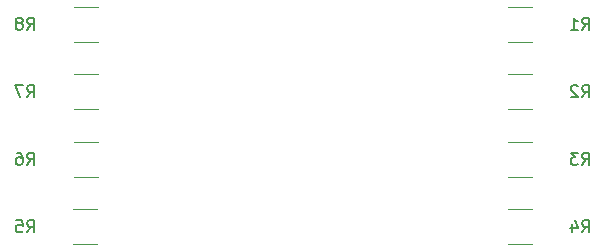
<source format=gbr>
G04 #@! TF.GenerationSoftware,KiCad,Pcbnew,(5.1.0)-1*
G04 #@! TF.CreationDate,2019-04-10T15:15:50-05:00*
G04 #@! TF.ProjectId,controlLED,636f6e74-726f-46c4-9c45-442e6b696361,rev?*
G04 #@! TF.SameCoordinates,Original*
G04 #@! TF.FileFunction,Legend,Bot*
G04 #@! TF.FilePolarity,Positive*
%FSLAX46Y46*%
G04 Gerber Fmt 4.6, Leading zero omitted, Abs format (unit mm)*
G04 Created by KiCad (PCBNEW (5.1.0)-1) date 2019-04-10 15:15:50*
%MOMM*%
%LPD*%
G04 APERTURE LIST*
%ADD10C,0.120000*%
%ADD11C,0.150000*%
G04 APERTURE END LIST*
D10*
X162830000Y-66885000D02*
X164830000Y-66885000D01*
X164830000Y-63925000D02*
X162830000Y-63925000D01*
X162830000Y-72600000D02*
X164830000Y-72600000D01*
X164830000Y-69640000D02*
X162830000Y-69640000D01*
X162830000Y-78315000D02*
X164830000Y-78315000D01*
X164830000Y-75355000D02*
X162830000Y-75355000D01*
X162830000Y-84030000D02*
X164830000Y-84030000D01*
X164830000Y-81070000D02*
X162830000Y-81070000D01*
X128000000Y-81070000D02*
X126000000Y-81070000D01*
X126000000Y-84030000D02*
X128000000Y-84030000D01*
X128095000Y-75355000D02*
X126095000Y-75355000D01*
X126095000Y-78315000D02*
X128095000Y-78315000D01*
X128095000Y-69640000D02*
X126095000Y-69640000D01*
X126095000Y-72600000D02*
X128095000Y-72600000D01*
X128095000Y-63925000D02*
X126095000Y-63925000D01*
X126095000Y-66885000D02*
X128095000Y-66885000D01*
D11*
X169076666Y-65857380D02*
X169410000Y-65381190D01*
X169648095Y-65857380D02*
X169648095Y-64857380D01*
X169267142Y-64857380D01*
X169171904Y-64905000D01*
X169124285Y-64952619D01*
X169076666Y-65047857D01*
X169076666Y-65190714D01*
X169124285Y-65285952D01*
X169171904Y-65333571D01*
X169267142Y-65381190D01*
X169648095Y-65381190D01*
X168124285Y-65857380D02*
X168695714Y-65857380D01*
X168410000Y-65857380D02*
X168410000Y-64857380D01*
X168505238Y-65000238D01*
X168600476Y-65095476D01*
X168695714Y-65143095D01*
X169076666Y-71572380D02*
X169410000Y-71096190D01*
X169648095Y-71572380D02*
X169648095Y-70572380D01*
X169267142Y-70572380D01*
X169171904Y-70620000D01*
X169124285Y-70667619D01*
X169076666Y-70762857D01*
X169076666Y-70905714D01*
X169124285Y-71000952D01*
X169171904Y-71048571D01*
X169267142Y-71096190D01*
X169648095Y-71096190D01*
X168695714Y-70667619D02*
X168648095Y-70620000D01*
X168552857Y-70572380D01*
X168314761Y-70572380D01*
X168219523Y-70620000D01*
X168171904Y-70667619D01*
X168124285Y-70762857D01*
X168124285Y-70858095D01*
X168171904Y-71000952D01*
X168743333Y-71572380D01*
X168124285Y-71572380D01*
X169076666Y-77287380D02*
X169410000Y-76811190D01*
X169648095Y-77287380D02*
X169648095Y-76287380D01*
X169267142Y-76287380D01*
X169171904Y-76335000D01*
X169124285Y-76382619D01*
X169076666Y-76477857D01*
X169076666Y-76620714D01*
X169124285Y-76715952D01*
X169171904Y-76763571D01*
X169267142Y-76811190D01*
X169648095Y-76811190D01*
X168743333Y-76287380D02*
X168124285Y-76287380D01*
X168457619Y-76668333D01*
X168314761Y-76668333D01*
X168219523Y-76715952D01*
X168171904Y-76763571D01*
X168124285Y-76858809D01*
X168124285Y-77096904D01*
X168171904Y-77192142D01*
X168219523Y-77239761D01*
X168314761Y-77287380D01*
X168600476Y-77287380D01*
X168695714Y-77239761D01*
X168743333Y-77192142D01*
X169076666Y-83002380D02*
X169410000Y-82526190D01*
X169648095Y-83002380D02*
X169648095Y-82002380D01*
X169267142Y-82002380D01*
X169171904Y-82050000D01*
X169124285Y-82097619D01*
X169076666Y-82192857D01*
X169076666Y-82335714D01*
X169124285Y-82430952D01*
X169171904Y-82478571D01*
X169267142Y-82526190D01*
X169648095Y-82526190D01*
X168219523Y-82335714D02*
X168219523Y-83002380D01*
X168457619Y-81954761D02*
X168695714Y-82669047D01*
X168076666Y-82669047D01*
X122086666Y-83002380D02*
X122420000Y-82526190D01*
X122658095Y-83002380D02*
X122658095Y-82002380D01*
X122277142Y-82002380D01*
X122181904Y-82050000D01*
X122134285Y-82097619D01*
X122086666Y-82192857D01*
X122086666Y-82335714D01*
X122134285Y-82430952D01*
X122181904Y-82478571D01*
X122277142Y-82526190D01*
X122658095Y-82526190D01*
X121181904Y-82002380D02*
X121658095Y-82002380D01*
X121705714Y-82478571D01*
X121658095Y-82430952D01*
X121562857Y-82383333D01*
X121324761Y-82383333D01*
X121229523Y-82430952D01*
X121181904Y-82478571D01*
X121134285Y-82573809D01*
X121134285Y-82811904D01*
X121181904Y-82907142D01*
X121229523Y-82954761D01*
X121324761Y-83002380D01*
X121562857Y-83002380D01*
X121658095Y-82954761D01*
X121705714Y-82907142D01*
X122086666Y-77287380D02*
X122420000Y-76811190D01*
X122658095Y-77287380D02*
X122658095Y-76287380D01*
X122277142Y-76287380D01*
X122181904Y-76335000D01*
X122134285Y-76382619D01*
X122086666Y-76477857D01*
X122086666Y-76620714D01*
X122134285Y-76715952D01*
X122181904Y-76763571D01*
X122277142Y-76811190D01*
X122658095Y-76811190D01*
X121229523Y-76287380D02*
X121420000Y-76287380D01*
X121515238Y-76335000D01*
X121562857Y-76382619D01*
X121658095Y-76525476D01*
X121705714Y-76715952D01*
X121705714Y-77096904D01*
X121658095Y-77192142D01*
X121610476Y-77239761D01*
X121515238Y-77287380D01*
X121324761Y-77287380D01*
X121229523Y-77239761D01*
X121181904Y-77192142D01*
X121134285Y-77096904D01*
X121134285Y-76858809D01*
X121181904Y-76763571D01*
X121229523Y-76715952D01*
X121324761Y-76668333D01*
X121515238Y-76668333D01*
X121610476Y-76715952D01*
X121658095Y-76763571D01*
X121705714Y-76858809D01*
X122086666Y-71572380D02*
X122420000Y-71096190D01*
X122658095Y-71572380D02*
X122658095Y-70572380D01*
X122277142Y-70572380D01*
X122181904Y-70620000D01*
X122134285Y-70667619D01*
X122086666Y-70762857D01*
X122086666Y-70905714D01*
X122134285Y-71000952D01*
X122181904Y-71048571D01*
X122277142Y-71096190D01*
X122658095Y-71096190D01*
X121753333Y-70572380D02*
X121086666Y-70572380D01*
X121515238Y-71572380D01*
X122086666Y-65857380D02*
X122420000Y-65381190D01*
X122658095Y-65857380D02*
X122658095Y-64857380D01*
X122277142Y-64857380D01*
X122181904Y-64905000D01*
X122134285Y-64952619D01*
X122086666Y-65047857D01*
X122086666Y-65190714D01*
X122134285Y-65285952D01*
X122181904Y-65333571D01*
X122277142Y-65381190D01*
X122658095Y-65381190D01*
X121515238Y-65285952D02*
X121610476Y-65238333D01*
X121658095Y-65190714D01*
X121705714Y-65095476D01*
X121705714Y-65047857D01*
X121658095Y-64952619D01*
X121610476Y-64905000D01*
X121515238Y-64857380D01*
X121324761Y-64857380D01*
X121229523Y-64905000D01*
X121181904Y-64952619D01*
X121134285Y-65047857D01*
X121134285Y-65095476D01*
X121181904Y-65190714D01*
X121229523Y-65238333D01*
X121324761Y-65285952D01*
X121515238Y-65285952D01*
X121610476Y-65333571D01*
X121658095Y-65381190D01*
X121705714Y-65476428D01*
X121705714Y-65666904D01*
X121658095Y-65762142D01*
X121610476Y-65809761D01*
X121515238Y-65857380D01*
X121324761Y-65857380D01*
X121229523Y-65809761D01*
X121181904Y-65762142D01*
X121134285Y-65666904D01*
X121134285Y-65476428D01*
X121181904Y-65381190D01*
X121229523Y-65333571D01*
X121324761Y-65285952D01*
M02*

</source>
